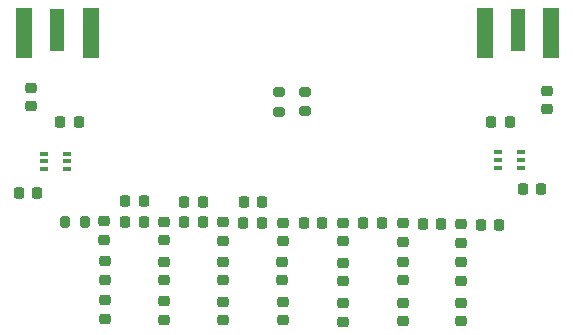
<source format=gbr>
%TF.GenerationSoftware,KiCad,Pcbnew,(6.0.1)*%
%TF.CreationDate,2022-02-11T18:02:55+00:00*%
%TF.ProjectId,Broadcast_Filter,42726f61-6463-4617-9374-5f46696c7465,rev?*%
%TF.SameCoordinates,Original*%
%TF.FileFunction,Paste,Top*%
%TF.FilePolarity,Positive*%
%FSLAX46Y46*%
G04 Gerber Fmt 4.6, Leading zero omitted, Abs format (unit mm)*
G04 Created by KiCad (PCBNEW (6.0.1)) date 2022-02-11 18:02:55*
%MOMM*%
%LPD*%
G01*
G04 APERTURE LIST*
G04 Aperture macros list*
%AMRoundRect*
0 Rectangle with rounded corners*
0 $1 Rounding radius*
0 $2 $3 $4 $5 $6 $7 $8 $9 X,Y pos of 4 corners*
0 Add a 4 corners polygon primitive as box body*
4,1,4,$2,$3,$4,$5,$6,$7,$8,$9,$2,$3,0*
0 Add four circle primitives for the rounded corners*
1,1,$1+$1,$2,$3*
1,1,$1+$1,$4,$5*
1,1,$1+$1,$6,$7*
1,1,$1+$1,$8,$9*
0 Add four rect primitives between the rounded corners*
20,1,$1+$1,$2,$3,$4,$5,0*
20,1,$1+$1,$4,$5,$6,$7,0*
20,1,$1+$1,$6,$7,$8,$9,0*
20,1,$1+$1,$8,$9,$2,$3,0*%
G04 Aperture macros list end*
%ADD10RoundRect,0.218750X-0.218750X-0.256250X0.218750X-0.256250X0.218750X0.256250X-0.218750X0.256250X0*%
%ADD11RoundRect,0.225000X0.250000X-0.225000X0.250000X0.225000X-0.250000X0.225000X-0.250000X-0.225000X0*%
%ADD12RoundRect,0.225000X0.225000X0.250000X-0.225000X0.250000X-0.225000X-0.250000X0.225000X-0.250000X0*%
%ADD13RoundRect,0.218750X-0.256250X0.218750X-0.256250X-0.218750X0.256250X-0.218750X0.256250X0.218750X0*%
%ADD14R,1.270000X3.600000*%
%ADD15R,1.350000X4.200000*%
%ADD16RoundRect,0.200000X0.275000X-0.200000X0.275000X0.200000X-0.275000X0.200000X-0.275000X-0.200000X0*%
%ADD17RoundRect,0.200000X0.200000X0.275000X-0.200000X0.275000X-0.200000X-0.275000X0.200000X-0.275000X0*%
%ADD18RoundRect,0.225000X-0.225000X-0.250000X0.225000X-0.250000X0.225000X0.250000X-0.225000X0.250000X0*%
%ADD19R,0.650000X0.400000*%
%ADD20RoundRect,0.225000X-0.250000X0.225000X-0.250000X-0.225000X0.250000X-0.225000X0.250000X0.225000X0*%
G04 APERTURE END LIST*
D10*
%TO.C,L9*%
X121221000Y-118287900D03*
X122796000Y-118287900D03*
%TD*%
D11*
%TO.C,C8*%
X114515500Y-126479700D03*
X114515500Y-124929700D03*
%TD*%
D12*
%TO.C,C5*%
X103797400Y-115722400D03*
X102247400Y-115722400D03*
%TD*%
D13*
%TO.C,L4*%
X114515500Y-118186200D03*
X114515500Y-119761200D03*
%TD*%
D11*
%TO.C,C1*%
X103276400Y-108382400D03*
X103276400Y-106832400D03*
%TD*%
D13*
%TO.C,L10*%
X124573900Y-118262400D03*
X124573900Y-119837400D03*
%TD*%
D14*
%TO.C,J3*%
X144500000Y-102000000D03*
D15*
X147325000Y-102200000D03*
X141675000Y-102200000D03*
%TD*%
D13*
%TO.C,L15*%
X134784700Y-121589800D03*
X134784700Y-123164800D03*
%TD*%
D11*
%TO.C,C10*%
X119493900Y-126530500D03*
X119493900Y-124980500D03*
%TD*%
D13*
%TO.C,L1*%
X109486300Y-118135400D03*
X109486300Y-119710400D03*
%TD*%
D10*
%TO.C,L3*%
X111238800Y-118211700D03*
X112813800Y-118211700D03*
%TD*%
D11*
%TO.C,C12*%
X124573900Y-126530500D03*
X124573900Y-124980500D03*
%TD*%
%TO.C,C14*%
X129679300Y-126657500D03*
X129679300Y-125107500D03*
%TD*%
D16*
%TO.C,R1*%
X126466600Y-108825800D03*
X126466600Y-107175800D03*
%TD*%
D13*
%TO.C,L17*%
X139661500Y-121640600D03*
X139661500Y-123215600D03*
%TD*%
D17*
%TO.C,R3*%
X107822100Y-118237100D03*
X106172100Y-118237100D03*
%TD*%
D13*
%TO.C,L11*%
X124548500Y-121589800D03*
X124548500Y-123164800D03*
%TD*%
D16*
%TO.C,R2*%
X124231400Y-108888800D03*
X124231400Y-107238800D03*
%TD*%
D13*
%TO.C,L16*%
X139686900Y-118389400D03*
X139686900Y-119964400D03*
%TD*%
D14*
%TO.C,J1*%
X105500000Y-102000000D03*
D15*
X108325000Y-102200000D03*
X102675000Y-102200000D03*
%TD*%
D13*
%TO.C,L5*%
X114515500Y-121564400D03*
X114515500Y-123139400D03*
%TD*%
D12*
%TO.C,C13*%
X127888900Y-118313300D03*
X126338900Y-118313300D03*
%TD*%
D13*
%TO.C,L2*%
X109511700Y-121513700D03*
X109511700Y-123088700D03*
%TD*%
D10*
%TO.C,L6*%
X116217200Y-118237100D03*
X117792200Y-118237100D03*
%TD*%
D11*
%TO.C,C3*%
X109511700Y-126403600D03*
X109511700Y-124853600D03*
%TD*%
D18*
%TO.C,C7*%
X144919400Y-115443000D03*
X146469400Y-115443000D03*
%TD*%
D12*
%TO.C,C6*%
X112801300Y-116459100D03*
X111251300Y-116459100D03*
%TD*%
D11*
%TO.C,C16*%
X134784700Y-126632100D03*
X134784700Y-125082100D03*
%TD*%
D19*
%TO.C,U2*%
X142814000Y-112329200D03*
X142814000Y-112979200D03*
X142814000Y-113629200D03*
X144714000Y-113629200D03*
X144714000Y-112979200D03*
X144714000Y-112329200D03*
%TD*%
D12*
%TO.C,C17*%
X137998100Y-118414900D03*
X136448100Y-118414900D03*
%TD*%
D13*
%TO.C,L13*%
X129653900Y-121666000D03*
X129653900Y-123241000D03*
%TD*%
D20*
%TO.C,C20*%
X146964400Y-107124200D03*
X146964400Y-108674200D03*
%TD*%
D12*
%TO.C,C9*%
X117805100Y-116484500D03*
X116255100Y-116484500D03*
%TD*%
D13*
%TO.C,L14*%
X134733900Y-118338600D03*
X134733900Y-119913600D03*
%TD*%
D18*
%TO.C,C2*%
X105752600Y-109753400D03*
X107302600Y-109753400D03*
%TD*%
D13*
%TO.C,L12*%
X129653900Y-118287800D03*
X129653900Y-119862800D03*
%TD*%
D12*
%TO.C,C4*%
X143802400Y-109728000D03*
X142252400Y-109728000D03*
%TD*%
D19*
%TO.C,U1*%
X106283800Y-113730800D03*
X106283800Y-113080800D03*
X106283800Y-112430800D03*
X104383800Y-112430800D03*
X104383800Y-113080800D03*
X104383800Y-113730800D03*
%TD*%
D12*
%TO.C,C19*%
X142925700Y-118440300D03*
X141375700Y-118440300D03*
%TD*%
D13*
%TO.C,L8*%
X119493900Y-121589800D03*
X119493900Y-123164800D03*
%TD*%
D12*
%TO.C,C15*%
X132943500Y-118338700D03*
X131393500Y-118338700D03*
%TD*%
%TO.C,C11*%
X122808900Y-116484500D03*
X121258900Y-116484500D03*
%TD*%
D13*
%TO.C,L7*%
X119493900Y-118237000D03*
X119493900Y-119812000D03*
%TD*%
D11*
%TO.C,C18*%
X139661500Y-126632100D03*
X139661500Y-125082100D03*
%TD*%
M02*

</source>
